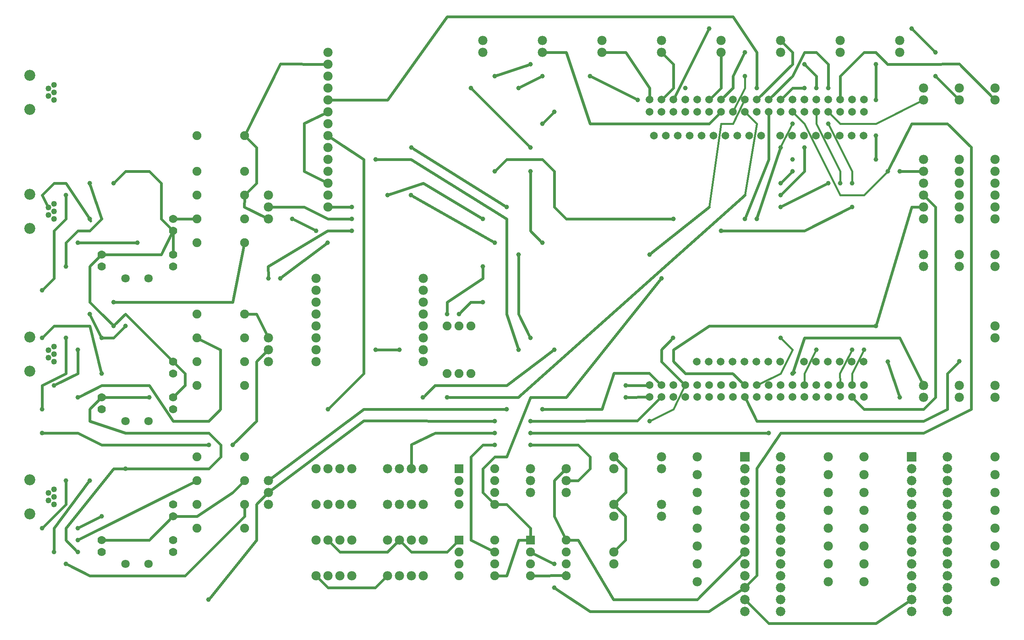
<source format=gbl>
G04 MADE WITH FRITZING*
G04 WWW.FRITZING.ORG*
G04 DOUBLE SIDED*
G04 HOLES PLATED*
G04 CONTOUR ON CENTER OF CONTOUR VECTOR*
%ASAXBY*%
%FSLAX23Y23*%
%MOIN*%
%OFA0B0*%
%SFA1.0B1.0*%
%ADD10C,0.039370*%
%ADD11C,0.078000*%
%ADD12C,0.079370*%
%ADD13C,0.075000*%
%ADD14C,0.065278*%
%ADD15C,0.077778*%
%ADD16C,0.049370*%
%ADD17C,0.092677*%
%ADD18C,0.070925*%
%ADD19C,0.070866*%
%ADD20C,0.070000*%
%ADD21R,0.079370X0.079370*%
%ADD22R,0.075000X0.075000*%
%ADD23C,0.024000*%
%ADD24C,0.016000*%
%LNCOPPER0*%
G90*
G70*
G54D10*
X518Y819D03*
X418Y619D03*
X918Y1419D03*
X618Y1319D03*
X318Y719D03*
X518Y719D03*
X518Y918D03*
X718Y1019D03*
X1617Y317D03*
X419Y1318D03*
X218Y919D03*
X7920Y2320D03*
X3919Y2817D03*
X3718Y2718D03*
X3919Y3119D03*
X3618Y2718D03*
X6318Y1719D03*
X6518Y2219D03*
X5319Y1818D03*
X2618Y1919D03*
X3620Y2018D03*
X3417Y2017D03*
X4518Y2419D03*
X6718Y2419D03*
X3218Y2419D03*
X3018Y2418D03*
X5517Y2519D03*
X6418Y2519D03*
X7318Y2319D03*
X7418Y2019D03*
X7220Y2619D03*
X7018Y2418D03*
X7119Y2418D03*
X6818Y4619D03*
X7419Y3918D03*
X7718Y4719D03*
X7718Y4919D03*
X7218Y4519D03*
X7220Y4819D03*
X4518Y4419D03*
X4418Y4319D03*
X5619Y4618D03*
X5218Y4519D03*
X4818Y4719D03*
X4418Y4719D03*
X4218Y4618D03*
X5119Y2018D03*
X4218Y2419D03*
X3018Y4019D03*
X4318Y2519D03*
X5119Y2118D03*
X4218Y3219D03*
X4018Y3319D03*
X3317Y3718D03*
X6518Y4019D03*
X7318Y3919D03*
X7219Y4219D03*
X7218Y4019D03*
X6518Y3919D03*
X6418Y3818D03*
X2119Y3018D03*
X2819Y3418D03*
X6618Y4119D03*
X6418Y3719D03*
X2218Y3019D03*
X2617Y3319D03*
X818Y2619D03*
X718Y2519D03*
X619Y2718D03*
X519Y2018D03*
X519Y2419D03*
X318Y2119D03*
X718Y2219D03*
X218Y2519D03*
X418Y2519D03*
X218Y1919D03*
X1118Y2019D03*
X218Y1719D03*
X1618Y1619D03*
X1818Y1619D03*
X418Y3719D03*
X218Y2918D03*
X618Y3519D03*
X818Y3819D03*
X918Y2619D03*
X818Y2818D03*
X1018Y3318D03*
X518Y3319D03*
X618Y3819D03*
X418Y3119D03*
X4019Y4719D03*
X4318Y4818D03*
X6718Y4618D03*
X6618Y4819D03*
X6618Y4618D03*
X6218Y4619D03*
X6118Y4919D03*
X5818Y5119D03*
X7519Y5119D03*
X6118Y4719D03*
X2818Y3519D03*
X4019Y3918D03*
X5518Y3519D03*
X6118Y3519D03*
X5318Y3219D03*
X5419Y3018D03*
X4019Y1618D03*
X4318Y1618D03*
X4318Y1718D03*
X4019Y1718D03*
X4019Y1819D03*
X4318Y1819D03*
X4118Y1919D03*
X4418Y1919D03*
X7018Y3819D03*
X7018Y3619D03*
X5918Y3419D03*
X3919Y3519D03*
X3119Y3718D03*
X2819Y3618D03*
X2318Y3519D03*
X2519Y3418D03*
X6918Y3819D03*
X6819Y3819D03*
X6418Y3619D03*
X3318Y4119D03*
X4118Y3619D03*
X6819Y4318D03*
X6518Y4319D03*
X6418Y4118D03*
X6218Y3518D03*
X4319Y3918D03*
X4418Y3319D03*
X4319Y4118D03*
X3818Y4619D03*
X4518Y419D03*
X4518Y618D03*
G54D11*
X7918Y4019D03*
X7918Y3919D03*
X7918Y3819D03*
X7918Y3719D03*
X7918Y3619D03*
X7918Y3519D03*
X8218Y4019D03*
X8218Y3919D03*
X8218Y3819D03*
X8218Y3719D03*
X8218Y3619D03*
X8218Y3519D03*
X7618Y4019D03*
X7618Y3919D03*
X7618Y3819D03*
X7618Y3719D03*
X7618Y3619D03*
X7618Y3519D03*
X2118Y1319D03*
X2118Y1219D03*
X2118Y1119D03*
X2118Y2519D03*
X2118Y2419D03*
X2118Y2319D03*
X2118Y3719D03*
X2118Y3619D03*
X2118Y3519D03*
X2618Y4919D03*
X2618Y4819D03*
X2618Y4719D03*
X2618Y4619D03*
X2618Y4519D03*
X2618Y4419D03*
X2618Y4319D03*
X2618Y4219D03*
X2618Y4119D03*
X2618Y4019D03*
X2618Y3919D03*
X2618Y3819D03*
X2618Y3719D03*
X2618Y3619D03*
X5418Y4919D03*
X5418Y5019D03*
X7918Y4519D03*
X7918Y4619D03*
X8218Y3119D03*
X8218Y3219D03*
X8218Y4519D03*
X8218Y4619D03*
X7918Y3119D03*
X7918Y3219D03*
X6418Y4919D03*
X6418Y5019D03*
X7418Y4919D03*
X7418Y5019D03*
X7618Y4519D03*
X7618Y4619D03*
X8218Y2519D03*
X8218Y2619D03*
X5418Y1119D03*
X5418Y1019D03*
X5418Y1519D03*
X5418Y1419D03*
X5918Y4919D03*
X5918Y5019D03*
X4918Y4919D03*
X4918Y5019D03*
X6918Y4919D03*
X6918Y5019D03*
X4418Y4919D03*
X4418Y5019D03*
X3918Y4919D03*
X3918Y5019D03*
G54D12*
X7518Y1519D03*
X7818Y1519D03*
X7518Y1419D03*
X7818Y1419D03*
X7518Y1319D03*
X7818Y1319D03*
X7518Y1219D03*
X7818Y1219D03*
X7518Y1119D03*
X7818Y1119D03*
X7518Y1019D03*
X7818Y1019D03*
X7518Y919D03*
X7818Y919D03*
X7518Y819D03*
X7818Y819D03*
X7518Y719D03*
X7818Y719D03*
X7518Y619D03*
X7818Y619D03*
X7518Y519D03*
X7818Y519D03*
X7518Y419D03*
X7818Y419D03*
X7518Y319D03*
X7818Y319D03*
X7518Y219D03*
X7818Y219D03*
X6118Y1519D03*
X6418Y1519D03*
X6118Y1419D03*
X6418Y1419D03*
X6118Y1319D03*
X6418Y1319D03*
X6118Y1219D03*
X6418Y1219D03*
X6118Y1119D03*
X6418Y1119D03*
X6118Y1019D03*
X6418Y1019D03*
X6118Y919D03*
X6418Y919D03*
X6118Y819D03*
X6418Y819D03*
X6118Y719D03*
X6418Y719D03*
X6118Y619D03*
X6418Y619D03*
X6118Y519D03*
X6418Y519D03*
X6118Y419D03*
X6418Y419D03*
X6118Y319D03*
X6418Y319D03*
X6118Y219D03*
X6418Y219D03*
G54D11*
X8218Y1519D03*
X8218Y1369D03*
X8218Y1219D03*
X8218Y1069D03*
X8218Y919D03*
X8218Y769D03*
X8218Y619D03*
X8218Y469D03*
X7118Y1519D03*
X7118Y1369D03*
X7118Y1219D03*
X7118Y1069D03*
X7118Y919D03*
X7118Y769D03*
X7118Y619D03*
X7118Y469D03*
X6818Y1519D03*
X6818Y1369D03*
X6818Y1219D03*
X6818Y1069D03*
X6818Y919D03*
X6818Y769D03*
X6818Y619D03*
X6818Y469D03*
X5718Y1519D03*
X5718Y1369D03*
X5718Y1219D03*
X5718Y1069D03*
X5718Y919D03*
X5718Y769D03*
X5718Y619D03*
X5718Y469D03*
G54D13*
X4318Y819D03*
X4618Y819D03*
X4318Y719D03*
X4618Y719D03*
X4318Y619D03*
X4618Y619D03*
X4318Y519D03*
X4618Y519D03*
X3718Y819D03*
X4018Y819D03*
X3718Y719D03*
X4018Y719D03*
X3718Y619D03*
X4018Y619D03*
X3718Y519D03*
X4018Y519D03*
X3718Y1419D03*
X4018Y1419D03*
X3718Y1319D03*
X4018Y1319D03*
X3718Y1219D03*
X4018Y1219D03*
X3718Y1119D03*
X4018Y1119D03*
G54D11*
X4618Y1419D03*
X4618Y1319D03*
X4618Y1219D03*
X4318Y1419D03*
X4318Y1319D03*
X4318Y1219D03*
X7618Y3119D03*
X7618Y3219D03*
G54D13*
X3618Y2619D03*
X3618Y2219D03*
X3718Y2619D03*
X3718Y2219D03*
X3818Y2619D03*
X3818Y2219D03*
X1518Y4219D03*
X1918Y4219D03*
G54D11*
X7618Y2119D03*
X7618Y2019D03*
X8218Y2119D03*
X8218Y2019D03*
X7918Y2119D03*
X7918Y2019D03*
X5018Y719D03*
X5018Y619D03*
X5018Y1119D03*
X5018Y1019D03*
X5018Y1519D03*
X5018Y1419D03*
G54D14*
X6717Y2319D03*
X6817Y2319D03*
X6917Y2319D03*
X7017Y2319D03*
X7117Y2319D03*
X6257Y4219D03*
X6157Y4219D03*
X6057Y4219D03*
X5957Y4219D03*
X5857Y4219D03*
X5757Y4219D03*
X5657Y4219D03*
X5557Y4219D03*
X5457Y4219D03*
X5357Y4219D03*
X7117Y4219D03*
X7017Y4219D03*
X6917Y4219D03*
X6817Y4219D03*
X6717Y4219D03*
X6617Y4219D03*
X6517Y4219D03*
X6417Y4219D03*
X5817Y2319D03*
X5717Y2319D03*
X5917Y2319D03*
X6017Y2319D03*
X6117Y2319D03*
X6217Y2319D03*
X6317Y2319D03*
X6417Y2319D03*
X6617Y2319D03*
X5318Y2120D03*
X5418Y2120D03*
X5518Y2120D03*
X5618Y2120D03*
X5718Y2120D03*
X5818Y2120D03*
X5918Y2120D03*
X6018Y2120D03*
X6118Y2120D03*
X6218Y2120D03*
X6318Y2120D03*
X6418Y2120D03*
X6518Y2120D03*
X6618Y2120D03*
X6718Y2120D03*
X6818Y2120D03*
X6918Y2120D03*
X7018Y2120D03*
X7118Y2120D03*
X5318Y2022D03*
X5418Y2022D03*
X5518Y2022D03*
X5618Y2022D03*
X5718Y2022D03*
X5818Y2022D03*
X5918Y2022D03*
X6018Y2022D03*
X6118Y2022D03*
X6218Y2022D03*
X6318Y2022D03*
X6418Y2022D03*
X6518Y2022D03*
X6618Y2022D03*
X6718Y2022D03*
X6818Y2022D03*
X6918Y2022D03*
X7018Y2022D03*
X7118Y2022D03*
X5318Y4520D03*
X5418Y4520D03*
X5518Y4520D03*
X5618Y4520D03*
X5718Y4520D03*
X5818Y4520D03*
X5918Y4520D03*
X6018Y4520D03*
X6118Y4520D03*
X6218Y4520D03*
X6318Y4520D03*
X6418Y4520D03*
X6518Y4520D03*
X6618Y4520D03*
X6718Y4520D03*
X6818Y4520D03*
X6918Y4520D03*
X7018Y4520D03*
X7118Y4520D03*
X5318Y4419D03*
X5418Y4419D03*
X5518Y4419D03*
X5618Y4419D03*
X5718Y4419D03*
X5818Y4419D03*
X5918Y4419D03*
X6018Y4419D03*
X6118Y4419D03*
X6218Y4419D03*
X6318Y4419D03*
X6418Y4419D03*
X6518Y4419D03*
X6618Y4419D03*
X6718Y4419D03*
X6818Y4419D03*
X6918Y4419D03*
X7018Y4419D03*
X7118Y4419D03*
G54D15*
X3418Y2319D03*
X3418Y2419D03*
X3418Y2519D03*
X3418Y2619D03*
X3418Y2719D03*
X3418Y2819D03*
X3418Y2919D03*
X3418Y3019D03*
X2518Y3019D03*
X2518Y2919D03*
X2518Y2819D03*
X2518Y2719D03*
X2518Y2619D03*
X2518Y2519D03*
X2518Y2419D03*
X2518Y2319D03*
G54D16*
X318Y1244D03*
X318Y1182D03*
X318Y1119D03*
X271Y1213D03*
X271Y1150D03*
G54D17*
X117Y1038D03*
X117Y1325D03*
G54D16*
X318Y2444D03*
X318Y2382D03*
X318Y2319D03*
X271Y2413D03*
X271Y2350D03*
G54D17*
X117Y2238D03*
X117Y2525D03*
G54D16*
X318Y3644D03*
X318Y3582D03*
X318Y3519D03*
X271Y3613D03*
X271Y3550D03*
G54D17*
X117Y3438D03*
X117Y3725D03*
G54D16*
X318Y4644D03*
X318Y4582D03*
X318Y4519D03*
X271Y4613D03*
X271Y4550D03*
G54D17*
X117Y4438D03*
X117Y4725D03*
G54D11*
X2818Y519D03*
X2718Y519D03*
X2618Y519D03*
X2518Y519D03*
X3418Y519D03*
X3318Y519D03*
X3218Y519D03*
X3118Y519D03*
X2818Y819D03*
X2718Y819D03*
X2618Y819D03*
X2518Y819D03*
X3418Y819D03*
X3318Y819D03*
X3218Y819D03*
X3118Y819D03*
X2818Y1119D03*
X2718Y1119D03*
X2618Y1119D03*
X2518Y1119D03*
X3418Y1119D03*
X3318Y1119D03*
X3218Y1119D03*
X3118Y1119D03*
X2818Y1419D03*
X2718Y1419D03*
X2618Y1419D03*
X2518Y1419D03*
X3418Y1419D03*
X3318Y1419D03*
X3218Y1419D03*
X3118Y1419D03*
G54D18*
X1111Y619D03*
G54D19*
X918Y619D03*
G54D18*
X1112Y1818D03*
G54D19*
X918Y1818D03*
G54D18*
X1112Y3019D03*
G54D19*
X918Y3019D03*
G54D20*
X1318Y1018D03*
X1318Y1119D03*
X718Y819D03*
X718Y719D03*
X1318Y819D03*
X1318Y719D03*
X1318Y2319D03*
X1318Y2218D03*
X1318Y2019D03*
X1318Y1918D03*
X718Y2019D03*
X718Y1918D03*
X1318Y3418D03*
X1318Y3519D03*
X1318Y3219D03*
X1318Y3119D03*
X718Y3219D03*
X718Y3119D03*
G54D13*
X1518Y1319D03*
X1918Y1319D03*
X1518Y2519D03*
X1918Y2519D03*
X1518Y3719D03*
X1918Y3719D03*
X1518Y1519D03*
X1918Y1519D03*
X1518Y2719D03*
X1918Y2719D03*
X1518Y3919D03*
X1918Y3919D03*
X1518Y1119D03*
X1918Y1119D03*
X1518Y2318D03*
X1918Y2318D03*
X1518Y3519D03*
X1918Y3519D03*
X1518Y919D03*
X1918Y919D03*
X1518Y2118D03*
X1918Y2118D03*
X1518Y3319D03*
X1918Y3319D03*
G54D21*
X7518Y1518D03*
X6118Y1518D03*
G54D22*
X4318Y819D03*
X3718Y819D03*
X3718Y1419D03*
G54D23*
X6319Y118D02*
X6140Y297D01*
D02*
X7219Y118D02*
X6319Y118D01*
D02*
X7493Y301D02*
X7219Y118D01*
D02*
X4618Y520D02*
X4613Y547D01*
D02*
X4347Y519D02*
X4618Y520D01*
D02*
X5719Y317D02*
X6097Y697D01*
D02*
X4718Y819D02*
X5017Y317D01*
D02*
X5017Y317D02*
X5719Y317D01*
D02*
X4647Y819D02*
X4718Y819D01*
D02*
X5117Y1019D02*
X5039Y1097D01*
D02*
X5117Y819D02*
X5117Y1019D01*
D02*
X5039Y740D02*
X5117Y819D01*
D02*
X5119Y1420D02*
X5040Y1497D01*
D02*
X5119Y1217D02*
X5119Y1420D01*
D02*
X5040Y1140D02*
X5119Y1217D01*
D02*
X4337Y1618D02*
X4719Y1619D01*
D02*
X4818Y1518D02*
X4818Y1419D01*
D02*
X4818Y1419D02*
X4719Y1318D01*
D02*
X4719Y1619D02*
X4818Y1518D01*
D02*
X4719Y1318D02*
X4648Y1318D01*
D02*
X3919Y1618D02*
X4000Y1618D01*
D02*
X3818Y1518D02*
X3919Y1618D01*
D02*
X3818Y818D02*
X3818Y1518D01*
D02*
X3993Y731D02*
X3818Y818D01*
D02*
X4318Y919D02*
X4318Y847D01*
D02*
X4118Y1118D02*
X4318Y919D01*
D02*
X4047Y1118D02*
X4118Y1118D01*
D02*
X4219Y818D02*
X4290Y818D01*
D02*
X4118Y519D02*
X4219Y818D01*
D02*
X4047Y519D02*
X4118Y519D01*
D02*
X4518Y1318D02*
X4597Y1397D01*
D02*
X4518Y1019D02*
X4518Y1318D01*
D02*
X4605Y844D02*
X4518Y1019D01*
D02*
X6218Y520D02*
X6140Y440D01*
G54D24*
D02*
X7118Y3718D02*
X7309Y3909D01*
D02*
X6918Y3718D02*
X7118Y3718D01*
G54D23*
D02*
X7519Y4318D02*
X7818Y4318D01*
D02*
X7327Y3935D02*
X7519Y4318D01*
G54D24*
D02*
X6619Y4319D02*
X6718Y4118D01*
G54D23*
D02*
X8018Y4120D02*
X8018Y1918D01*
D02*
X7818Y4318D02*
X8018Y4120D01*
G54D24*
D02*
X6718Y4118D02*
X6918Y3718D01*
G54D23*
D02*
X8018Y1918D02*
X7619Y1718D01*
D02*
X7619Y1718D02*
X6418Y1718D01*
D02*
X6418Y1718D02*
X6218Y1420D01*
D02*
X6218Y1420D02*
X6218Y520D01*
G54D24*
D02*
X6537Y4400D02*
X6619Y4319D01*
G54D23*
D02*
X4501Y626D02*
X4344Y706D01*
D02*
X4818Y219D02*
X4534Y408D01*
D02*
X5817Y219D02*
X4818Y219D01*
D02*
X6093Y402D02*
X5817Y219D01*
D02*
X2619Y418D02*
X2540Y497D01*
D02*
X3017Y418D02*
X2619Y418D01*
D02*
X3097Y497D02*
X3017Y418D01*
D02*
X3319Y719D02*
X3240Y797D01*
D02*
X3618Y719D02*
X3319Y719D01*
D02*
X3698Y798D02*
X3618Y719D01*
D02*
X3118Y719D02*
X3197Y797D01*
D02*
X2718Y719D02*
X3118Y719D01*
D02*
X2640Y797D02*
X2718Y719D01*
D02*
X1493Y1306D02*
X535Y827D01*
D02*
X619Y518D02*
X435Y610D01*
D02*
X1418Y518D02*
X619Y518D01*
D02*
X1918Y1018D02*
X1418Y518D01*
D02*
X1918Y1090D02*
X1918Y1018D01*
D02*
X1519Y1018D02*
X1344Y1018D01*
D02*
X1818Y1218D02*
X1519Y1018D01*
D02*
X1898Y1298D02*
X1818Y1218D01*
D02*
X1119Y818D02*
X744Y819D01*
D02*
X1300Y1000D02*
X1119Y818D01*
D02*
X319Y919D02*
X318Y737D01*
D02*
X606Y1304D02*
X319Y919D01*
D02*
X418Y918D02*
X418Y818D01*
D02*
X818Y1419D02*
X418Y918D01*
D02*
X418Y818D02*
X504Y732D01*
D02*
X899Y1419D02*
X818Y1419D01*
D02*
X701Y1010D02*
X535Y927D01*
D02*
X2019Y817D02*
X1629Y332D01*
D02*
X2019Y1119D02*
X2019Y817D01*
D02*
X2097Y1197D02*
X2019Y1119D01*
D02*
X419Y1119D02*
X419Y1300D01*
D02*
X232Y932D02*
X419Y1119D01*
D02*
X7906Y2306D02*
X7818Y2218D01*
D02*
X7818Y1919D02*
X7618Y1817D01*
D02*
X7818Y2218D02*
X7818Y1919D01*
D02*
X7618Y1817D02*
X6218Y1817D01*
D02*
X6218Y1817D02*
X6132Y1994D01*
D02*
X3817Y2818D02*
X3731Y2731D01*
D02*
X3900Y2817D02*
X3817Y2818D01*
D02*
X3618Y2818D02*
X3919Y3019D01*
D02*
X3919Y3019D02*
X3919Y3100D01*
D02*
X3618Y2737D02*
X3618Y2818D01*
D02*
X2220Y4820D02*
X1931Y4244D01*
D02*
X2588Y4819D02*
X2220Y4820D01*
D02*
X2018Y4119D02*
X1939Y4198D01*
D02*
X2018Y3819D02*
X2018Y4119D01*
D02*
X1938Y3739D02*
X2018Y3819D01*
D02*
X1917Y3617D02*
X1918Y3690D01*
D02*
X2091Y3532D02*
X1917Y3617D01*
D02*
X2919Y1820D02*
X2142Y1237D01*
D02*
X4000Y1819D02*
X2919Y1820D01*
D02*
X5217Y1820D02*
X4337Y1819D01*
D02*
X5396Y2000D02*
X5217Y1820D01*
D02*
X2918Y1919D02*
X2142Y1337D01*
D02*
X4099Y1919D02*
X2918Y1919D01*
D02*
X5018Y2220D02*
X4919Y1919D01*
D02*
X5317Y2220D02*
X5018Y2220D01*
D02*
X4919Y1919D02*
X4437Y1919D01*
D02*
X5396Y2142D02*
X5317Y2220D01*
D02*
X3319Y1620D02*
X3318Y1449D01*
D02*
X3518Y1719D02*
X3319Y1620D01*
D02*
X4000Y1718D02*
X3518Y1719D01*
D02*
X6299Y1719D02*
X4337Y1718D01*
D02*
X6619Y2518D02*
X7418Y2518D01*
D02*
X6519Y2219D02*
X6619Y2518D01*
D02*
X6535Y2227D02*
X6519Y2219D01*
D02*
X7418Y2518D02*
X7605Y2145D01*
G54D24*
D02*
X5518Y1919D02*
X5607Y2097D01*
D02*
X5331Y1824D02*
X5518Y1919D01*
G54D23*
D02*
X2918Y4019D02*
X2643Y4202D01*
D02*
X2918Y3418D02*
X2918Y4019D01*
D02*
X2919Y2218D02*
X2918Y3418D01*
D02*
X2631Y1932D02*
X2919Y2218D01*
G54D24*
D02*
X6218Y4318D02*
X6119Y3719D01*
G54D23*
D02*
X6119Y3719D02*
X4217Y2018D01*
D02*
X4217Y2018D02*
X3639Y2018D01*
G54D24*
D02*
X6136Y4400D02*
X6218Y4318D01*
G54D23*
D02*
X3431Y2031D02*
X3517Y2117D01*
D02*
X4118Y2119D02*
X4503Y2407D01*
D02*
X3517Y2117D02*
X4118Y2119D01*
D02*
X5619Y2219D02*
X6017Y2219D01*
D02*
X6017Y2219D02*
X6096Y2142D01*
D02*
X5518Y2320D02*
X5619Y2219D01*
D02*
X7201Y2619D02*
X5818Y2619D01*
D02*
X5818Y2619D02*
X5518Y2418D01*
D02*
X5518Y2418D02*
X5518Y2320D01*
D02*
X3037Y2418D02*
X3199Y2418D01*
G54D24*
D02*
X6418Y2219D02*
X6241Y2131D01*
G54D23*
D02*
X5418Y2319D02*
X5418Y2419D01*
D02*
X5418Y2419D02*
X5504Y2505D01*
G54D24*
D02*
X6428Y2509D02*
X6518Y2419D01*
D02*
X6518Y2419D02*
X6418Y2219D01*
G54D23*
D02*
X5596Y2142D02*
X5418Y2319D01*
D02*
X7412Y2037D02*
X7324Y2300D01*
D02*
X7518Y3618D02*
X7225Y2637D01*
D02*
X7588Y3618D02*
X7518Y3618D01*
G54D24*
D02*
X6618Y2219D02*
X6712Y2407D01*
D02*
X6618Y2145D02*
X6618Y2219D01*
D02*
X6917Y2219D02*
X6918Y2145D01*
D02*
X7012Y2406D02*
X6917Y2219D01*
D02*
X7018Y2219D02*
X7112Y2406D01*
D02*
X7018Y2145D02*
X7018Y2219D01*
G54D23*
D02*
X7040Y1999D02*
X7119Y1919D01*
D02*
X7119Y1919D02*
X7618Y1919D01*
D02*
X7719Y3618D02*
X7640Y3697D01*
D02*
X7719Y2018D02*
X7719Y3618D01*
D02*
X7618Y1919D02*
X7719Y2018D01*
D02*
X6718Y4919D02*
X6618Y4919D01*
D02*
X6618Y4919D02*
X6519Y4719D01*
D02*
X6819Y4818D02*
X6718Y4919D01*
D02*
X6818Y4637D02*
X6819Y4818D01*
D02*
X6519Y4719D02*
X6340Y4542D01*
D02*
X7437Y3918D02*
X7588Y3918D01*
D02*
X5518Y4618D02*
X5441Y4542D01*
D02*
X5518Y4819D02*
X5518Y4618D01*
D02*
X5440Y4897D02*
X5518Y4819D01*
D02*
X5919Y4618D02*
X5841Y4542D01*
D02*
X5918Y4888D02*
X5919Y4618D01*
D02*
X6018Y4618D02*
X5940Y4542D01*
D02*
X6109Y4902D02*
X6018Y4719D01*
D02*
X6018Y4719D02*
X6018Y4618D01*
D02*
X5319Y4618D02*
X5319Y4551D01*
D02*
X5118Y4918D02*
X5319Y4618D01*
D02*
X4948Y4918D02*
X5118Y4918D01*
D02*
X5819Y4319D02*
X5896Y4396D01*
D02*
X4818Y4319D02*
X5819Y4319D01*
D02*
X4619Y4918D02*
X4818Y4319D01*
D02*
X4448Y4918D02*
X4619Y4918D01*
D02*
X6519Y4819D02*
X6519Y4918D01*
D02*
X6519Y4918D02*
X6440Y4997D01*
D02*
X6240Y4542D02*
X6519Y4819D01*
D02*
X6919Y4719D02*
X6918Y4551D01*
D02*
X7119Y4919D02*
X6919Y4719D01*
D02*
X7618Y4819D02*
X7317Y4819D01*
D02*
X7317Y4819D02*
X7219Y4919D01*
D02*
X7219Y4919D02*
X7119Y4919D01*
D02*
X7918Y4820D02*
X7618Y4819D01*
D02*
X8197Y4540D02*
X7918Y4820D01*
D02*
X5810Y5102D02*
X5532Y4548D01*
D02*
X7705Y4932D02*
X7533Y5106D01*
D02*
X7897Y4540D02*
X7732Y4705D01*
G54D24*
D02*
X6918Y4319D02*
X6836Y4400D01*
D02*
X7219Y4318D02*
X6918Y4319D01*
D02*
X7596Y4507D02*
X7219Y4318D01*
G54D23*
D02*
X7219Y4800D02*
X7218Y4537D01*
D02*
X4432Y4332D02*
X4505Y4405D01*
D02*
X4835Y4710D02*
X5201Y4527D01*
D02*
X4235Y4627D02*
X4401Y4710D01*
D02*
X5138Y2019D02*
X5287Y2021D01*
D02*
X3037Y4019D02*
X3317Y4019D01*
D02*
X3317Y4019D02*
X4118Y3519D01*
D02*
X4118Y3519D02*
X4118Y2718D01*
D02*
X4118Y2718D02*
X4212Y2437D01*
D02*
X5138Y2118D02*
X5287Y2119D01*
D02*
X4218Y3200D02*
X4218Y2718D01*
D02*
X3334Y3709D02*
X4002Y3328D01*
D02*
X4218Y2718D02*
X4309Y2536D01*
D02*
X7218Y4037D02*
X7219Y4200D01*
D02*
X6432Y3831D02*
X6505Y3905D01*
D02*
X2117Y3119D02*
X2617Y3418D01*
D02*
X2617Y3418D02*
X2800Y3418D01*
D02*
X2118Y3037D02*
X2117Y3119D01*
D02*
X6618Y3918D02*
X6618Y4100D01*
D02*
X6432Y3732D02*
X6618Y3918D01*
D02*
X2233Y3030D02*
X2602Y3308D01*
D02*
X2018Y2718D02*
X2105Y2545D01*
D02*
X1947Y2718D02*
X2018Y2718D01*
D02*
X1418Y2219D02*
X1337Y2300D01*
D02*
X1418Y2118D02*
X1418Y2219D01*
D02*
X1337Y2037D02*
X1418Y2118D01*
D02*
X718Y2718D02*
X805Y2633D01*
D02*
X618Y2819D02*
X718Y2718D01*
D02*
X618Y3119D02*
X618Y2819D01*
D02*
X700Y3200D02*
X618Y3119D01*
D02*
X1019Y2618D02*
X918Y2719D01*
D02*
X919Y2718D02*
X832Y2633D01*
D02*
X918Y2719D02*
X919Y2718D01*
D02*
X1300Y2337D02*
X1019Y2618D01*
D02*
X627Y2701D02*
X709Y2536D01*
D02*
X1118Y2118D02*
X718Y2118D01*
D02*
X718Y2118D02*
X536Y2026D01*
D02*
X1318Y1818D02*
X1118Y2118D01*
D02*
X1717Y2419D02*
X1717Y1918D01*
D02*
X1717Y1918D02*
X1618Y1818D01*
D02*
X1618Y1818D02*
X1318Y1818D01*
D02*
X1544Y2506D02*
X1717Y2419D01*
D02*
X518Y2219D02*
X519Y2400D01*
D02*
X335Y2127D02*
X518Y2219D01*
D02*
X319Y2619D02*
X619Y2619D01*
D02*
X619Y2619D02*
X714Y2237D01*
D02*
X232Y2532D02*
X319Y2619D01*
D02*
X619Y1919D02*
X700Y2000D01*
D02*
X619Y1818D02*
X619Y1919D01*
D02*
X918Y1719D02*
X619Y1818D01*
D02*
X1618Y1719D02*
X918Y1719D01*
D02*
X1718Y1619D02*
X1618Y1719D01*
D02*
X1718Y1518D02*
X1718Y1619D01*
D02*
X1618Y1419D02*
X1718Y1518D01*
D02*
X937Y1419D02*
X1618Y1419D01*
D02*
X218Y2118D02*
X218Y1937D01*
D02*
X418Y2219D02*
X218Y2118D01*
D02*
X418Y2500D02*
X418Y2219D01*
D02*
X1099Y2019D02*
X744Y2019D01*
D02*
X2097Y2397D02*
X2018Y2319D01*
D02*
X2018Y2319D02*
X2018Y1818D01*
D02*
X2018Y1818D02*
X1831Y1633D01*
D02*
X1599Y1619D02*
X718Y1619D01*
D02*
X718Y1619D02*
X519Y1719D01*
D02*
X519Y1719D02*
X237Y1719D01*
D02*
X318Y3018D02*
X231Y2931D01*
D02*
X318Y3419D02*
X318Y3018D01*
D02*
X419Y3518D02*
X318Y3419D01*
D02*
X418Y3700D02*
X419Y3518D01*
D02*
X618Y3518D02*
X419Y3819D01*
D02*
X627Y3502D02*
X618Y3518D01*
D02*
X419Y3819D02*
X319Y3818D01*
D02*
X319Y3818D02*
X219Y3718D01*
D02*
X219Y3718D02*
X259Y3638D01*
D02*
X1218Y3218D02*
X744Y3219D01*
D02*
X1307Y3395D02*
X1218Y3218D01*
D02*
X1118Y3918D02*
X1218Y3818D01*
D02*
X918Y3918D02*
X1118Y3918D01*
D02*
X832Y3832D02*
X918Y3918D01*
D02*
X1218Y3818D02*
X1218Y3518D01*
D02*
X1218Y3518D02*
X1300Y3437D01*
D02*
X737Y2519D02*
X818Y2518D01*
D02*
X818Y2518D02*
X905Y2605D01*
D02*
X1819Y2819D02*
X837Y2818D01*
D02*
X1913Y3290D02*
X1819Y2819D01*
D02*
X1490Y3519D02*
X1344Y3519D01*
D02*
X1318Y3245D02*
X1318Y3392D01*
D02*
X999Y3318D02*
X537Y3319D01*
D02*
X718Y3518D02*
X624Y3800D01*
D02*
X618Y3419D02*
X718Y3518D01*
D02*
X518Y3419D02*
X618Y3419D01*
D02*
X419Y3318D02*
X518Y3419D01*
D02*
X418Y3137D02*
X419Y3318D01*
D02*
X2419Y3917D02*
X2419Y4320D01*
D02*
X2419Y4320D02*
X2591Y4405D01*
D02*
X2591Y3832D02*
X2419Y3917D01*
D02*
X4037Y4725D02*
X4300Y4812D01*
D02*
X6718Y4719D02*
X6718Y4637D01*
D02*
X6632Y4805D02*
X6718Y4719D01*
D02*
X6519Y4618D02*
X6441Y4542D01*
D02*
X6599Y4618D02*
X6519Y4618D01*
D02*
X6218Y4919D02*
X6218Y4638D01*
D02*
X6018Y5219D02*
X6218Y4919D01*
D02*
X3118Y4518D02*
X3618Y5219D01*
D02*
X3618Y5219D02*
X6018Y5219D01*
D02*
X2648Y4519D02*
X3118Y4518D01*
G54D24*
D02*
X6119Y4618D02*
X6030Y4441D01*
D02*
X6118Y4705D02*
X6119Y4618D01*
G54D23*
D02*
X4518Y3619D02*
X4518Y3918D01*
D02*
X4518Y3918D02*
X4418Y4018D01*
D02*
X4119Y4018D02*
X4032Y3931D01*
D02*
X5499Y3519D02*
X4618Y3519D01*
D02*
X4618Y3519D02*
X4518Y3619D01*
D02*
X4418Y4018D02*
X4119Y4018D01*
D02*
X2799Y3519D02*
X2618Y3519D01*
D02*
X2618Y3519D02*
X2418Y3619D01*
D02*
X2418Y3619D02*
X2148Y3619D01*
D02*
X6318Y4019D02*
X6125Y3536D01*
D02*
X6318Y4387D02*
X6318Y4019D01*
D02*
X4019Y1518D02*
X3919Y1419D01*
D02*
X4118Y1518D02*
X4019Y1518D01*
D02*
X3919Y1419D02*
X3919Y1219D01*
D02*
X3919Y1219D02*
X3998Y1139D01*
D02*
X4318Y2018D02*
X4118Y1518D01*
D02*
X4619Y2018D02*
X4318Y2018D01*
D02*
X5407Y3003D02*
X4619Y2018D01*
G54D24*
D02*
X5919Y4319D02*
X5819Y3619D01*
G54D23*
D02*
X5819Y3619D02*
X5333Y3230D01*
G54D24*
D02*
X6018Y4318D02*
X5919Y4319D01*
D02*
X6107Y4497D02*
X6018Y4318D01*
G54D23*
D02*
X6618Y3418D02*
X6219Y3419D01*
D02*
X6219Y3419D02*
X5937Y3419D01*
D02*
X7001Y3610D02*
X6618Y3418D01*
D02*
X3419Y3819D02*
X3137Y3724D01*
D02*
X3903Y3529D02*
X3419Y3819D01*
D02*
X2648Y3618D02*
X2800Y3618D01*
D02*
X2502Y3427D02*
X2335Y3510D01*
D02*
X6435Y3627D02*
X6802Y3810D01*
G54D24*
D02*
X6918Y3918D02*
X6819Y4119D01*
D02*
X6818Y4119D02*
X6718Y4318D01*
D02*
X6718Y4318D02*
X6718Y4393D01*
D02*
X6918Y3832D02*
X6918Y3918D01*
G54D23*
D02*
X3335Y4109D02*
X4102Y3629D01*
G54D24*
D02*
X7018Y3918D02*
X7018Y3832D01*
D02*
X6825Y4306D02*
X7018Y3918D01*
G54D23*
D02*
X6224Y3536D02*
X6412Y4100D01*
G54D24*
D02*
X6424Y4130D02*
X6512Y4307D01*
G54D23*
D02*
X4318Y3418D02*
X4404Y3332D01*
D02*
X4319Y3899D02*
X4318Y3418D01*
D02*
X3832Y4605D02*
X4306Y4131D01*
G04 End of Copper0*
M02*
</source>
